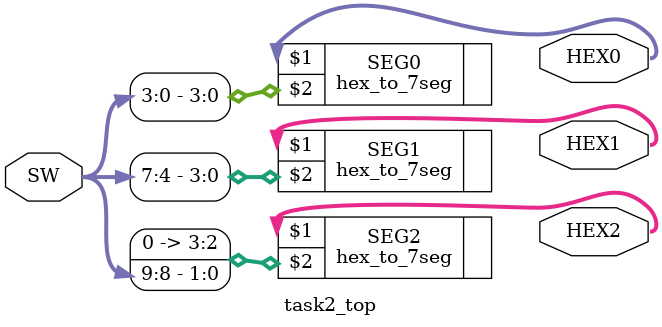
<source format=v>
module task2_top (
	SW,
	HEX0,
	HEX1,
	HEX2
);

input [9:0] SW;
output [6:0] HEX0;
output [6:0] HEX1;
output [6:0] HEX2;

hex_to_7seg SEG0 (HEX0, SW[3:0]);
hex_to_7seg SEG1 (HEX1, SW[7:4]);
hex_to_7seg SEG2 (HEX2, {2'b0, SW[9:8]});

endmodule
</source>
